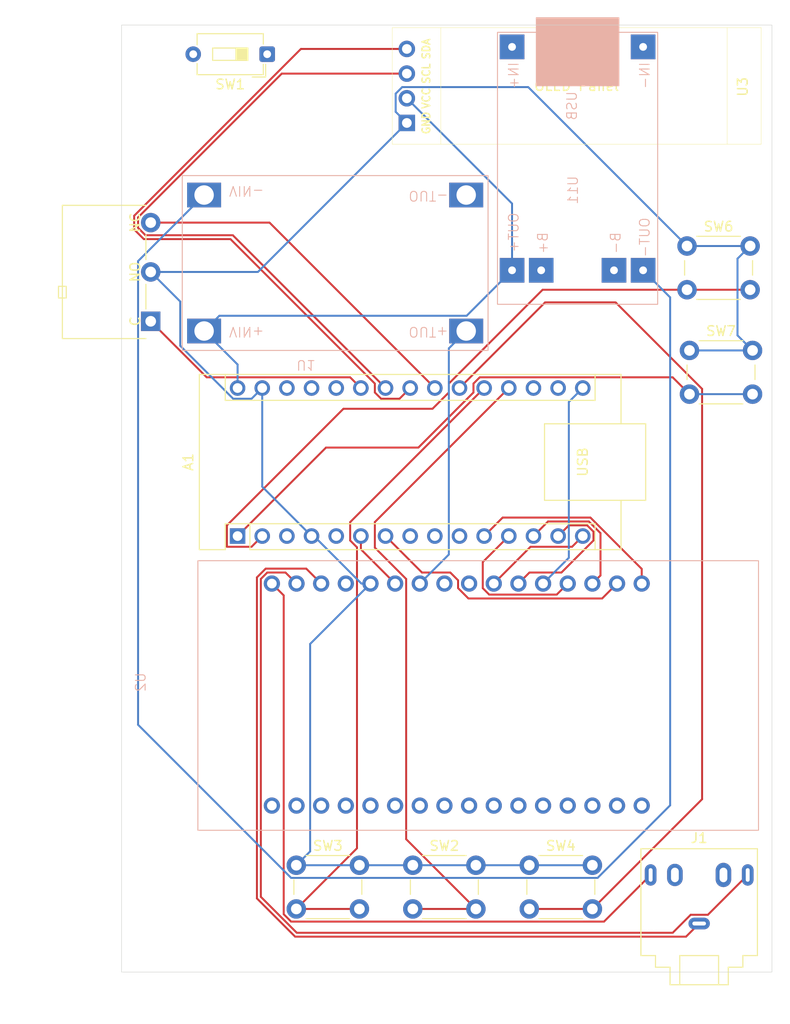
<source format=kicad_pcb>
(kicad_pcb (version 20241229) (generator "pcbnew") (generator_version "9.0")
  (layers (0 "F.Cu" signal) (2 "B.Cu" signal) (13 "F.Paste" user) (15 "B.Paste" user) (5 "F.SilkS" user "F.Silkscreen") (7 "B.SilkS" user "B.Silkscreen") (1 "F.Mask" user) (3 "B.Mask" user) (25 "Edge.Cuts" user))
  (net 0 "")
  (net 38 "PREV{slash}RESTART")
  (net 39 "CARDCS")
  (net 40 "GND")
  (net 41 "3.7V")
  (net 42 "VOLUP")
  (net 43 "SDA")
  (net 44 "SEEKB")
  (net 45 "VOLDN")
  (net 46 "SCLK")
  (net 47 "VS_CS")
  (net 48 "DREQ")
  (net 49 "MOSI")
  (net 50 "MISO")
  (net 51 "VS_RST")
  (net 52 "SEEKF")
  (net 53 "SCL")
  (net 54 "PLAY{slash}PAUSE")
  (net 55 "NEXT")
  (net 56 "VS_DCS")
  (net 57 "ROUT")
  (net 58 "LOUT")
  (net 59 "AGND")
  (net 60 "5V")
  (net 61 "0V")
  (net 62 "New0V")
  (footprint "Button_Switch_THT:SW_PUSH_6mm" (layer "F.Cu") (at 91 109)
    (property "Reference" "SW2" (at 3.25 -2 0) (layer "F.SilkS"))
    (property "Value" "Pause/Play")
    (fp_line (start -0.25 1.5) (end -0.25 3) (stroke (width 0.12)) (layer "F.SilkS"))
    (fp_line (start 1 5.5) (end 5.5 5.5) (stroke (width 0.12)) (layer "F.SilkS"))
    (fp_line (start 5.5 -1) (end 1 -1) (stroke (width 0.12)) (layer "F.SilkS"))
    (fp_line (start 6.75 3) (end 6.75 1.5) (stroke (width 0.12)) (layer "F.SilkS"))
    (pad "1" thru_hole circle (at 0 0 90) (size 2 2) (drill 1.1) (layers "*.Cu" "*.Mask") (net 40 "GND"))
    (pad "1" thru_hole circle (at 6.5 0 90) (size 2 2) (drill 1.1) (layers "*.Cu" "*.Mask") (net 40 "GND"))
    (pad "2" thru_hole circle (at 0 4.5 90) (size 2 2) (drill 1.1) (layers "*.Cu" "*.Mask") (net 54 "PLAY{slash}PAUSE"))
    (pad "2" thru_hole circle (at 6.5 4.5 90) (size 2 2) (drill 1.1) (layers "*.Cu" "*.Mask") (net 54 "PLAY{slash}PAUSE"))
  )
  (footprint "Connector_Audio:Jack_3.5mm_CUI_SJ1-3525N_Horizontal" (layer "F.Cu") (at 120.5 115)
    (property "Reference" "J1" (at 0 -8.8 0) (layer "F.SilkS"))
    (property "Value" "AudioJack3_SwitchTR")
    (fp_line (start -6 -7.7) (end 6 -7.7) (stroke (width 0.12)) (layer "F.SilkS"))
    (fp_line (start -6 3.3) (end -6 -7.7) (stroke (width 0.12)) (layer "F.SilkS"))
    (fp_line (start -4.5 3.3) (end -6 3.3) (stroke (width 0.12)) (layer "F.SilkS"))
    (fp_line (start -4.5 4.5) (end -4.5 3.3) (stroke (width 0.12)) (layer "F.SilkS"))
    (fp_line (start -3 4.5) (end -4.5 4.5) (stroke (width 0.12)) (layer "F.SilkS"))
    (fp_line (start -3 6.3) (end -3 4.5) (stroke (width 0.12)) (layer "F.SilkS"))
    (fp_line (start -2 3.3) (end -2 6.3) (stroke (width 0.12)) (layer "F.SilkS"))
    (fp_line (start 2 3.3) (end -2 3.3) (stroke (width 0.12)) (layer "F.SilkS"))
    (fp_line (start 2 6.3) (end 2 3.3) (stroke (width 0.12)) (layer "F.SilkS"))
    (fp_line (start 3 4.5) (end 3 6.3) (stroke (width 0.12)) (layer "F.SilkS"))
    (fp_line (start 3 6.3) (end -3 6.3) (stroke (width 0.12)) (layer "F.SilkS"))
    (fp_line (start 4.5 3.3) (end 4.5 4.5) (stroke (width 0.12)) (layer "F.SilkS"))
    (fp_line (start 4.5 4.5) (end 3 4.5) (stroke (width 0.12)) (layer "F.SilkS"))
    (fp_line (start 6 -7.7) (end 6 3.3) (stroke (width 0.12)) (layer "F.SilkS"))
    (fp_line (start 6 3.3) (end 4.5 3.3) (stroke (width 0.12)) (layer "F.SilkS"))
    (pad "" np_thru_hole circle (at -5 0) (size 1.2 1.2) (drill 1.2) (layers "*.Cu" "*.Mask"))
    (pad "" np_thru_hole circle (at -5 2.5) (size 1.2 1.2) (drill 1.2) (layers "*.Cu" "*.Mask"))
    (pad "" np_thru_hole circle (at 0 -5) (size 1.2 1.2) (drill 1.2) (layers "*.Cu" "*.Mask"))
    (pad "" np_thru_hole circle (at 5 0) (size 1.2 1.2) (drill 1.2) (layers "*.Cu" "*.Mask"))
    (pad "" np_thru_hole circle (at 5 2.5) (size 1.2 1.2) (drill 1.2) (layers "*.Cu" "*.Mask"))
    (pad "R" thru_hole oval (at -5 -5) (size 1.2 2.2) (drill oval 0.4 1.4) (layers "*.Cu" "*.Mask") (net 57 "ROUT"))
    (pad "RN" thru_hole oval (at -2.5 -5) (size 1.6 2.3) (drill oval 0.8 1.5) (layers "*.Cu" "*.Mask"))
    (pad "S" thru_hole oval (at 0 0) (size 2.2 1.2) (drill oval 1.4 0.4) (layers "*.Cu" "*.Mask") (net 59 "AGND"))
    (pad "T" thru_hole oval (at 5 -5 180) (size 1.2 2.2) (drill oval 0.4 1.4) (layers "*.Cu" "*.Mask") (net 58 "LOUT"))
    (pad "TN" thru_hole oval (at 2.5 -5 180) (size 1.6 2.5) (drill oval 0.8 1.5) (layers "*.Cu" "*.Mask"))
  )
  (footprint "Button_Switch_THT:SW_PUSH_6mm" (layer "F.Cu") (at 103 109)
    (property "Reference" "SW4" (at 3.25 -2 0) (layer "F.SilkS"))
    (property "Value" "Previous/Restart")
    (fp_line (start -0.25 1.5) (end -0.25 3) (stroke (width 0.12)) (layer "F.SilkS"))
    (fp_line (start 1 5.5) (end 5.5 5.5) (stroke (width 0.12)) (layer "F.SilkS"))
    (fp_line (start 5.5 -1) (end 1 -1) (stroke (width 0.12)) (layer "F.SilkS"))
    (fp_line (start 6.75 3) (end 6.75 1.5) (stroke (width 0.12)) (layer "F.SilkS"))
    (pad "1" thru_hole circle (at 0 0 90) (size 2 2) (drill 1.1) (layers "*.Cu" "*.Mask") (net 40 "GND"))
    (pad "1" thru_hole circle (at 6.5 0 90) (size 2 2) (drill 1.1) (layers "*.Cu" "*.Mask") (net 40 "GND"))
    (pad "2" thru_hole circle (at 0 4.5 90) (size 2 2) (drill 1.1) (layers "*.Cu" "*.Mask") (net 38 "PREV{slash}RESTART"))
    (pad "2" thru_hole circle (at 6.5 4.5 90) (size 2 2) (drill 1.1) (layers "*.Cu" "*.Mask") (net 38 "PREV{slash}RESTART"))
  )
  (footprint "Button_Switch_THT:SW_PUSH_6mm" (layer "F.Cu") (at 119.25 45.25)
    (property "Reference" "SW6" (at 3.25 -2 0) (layer "F.SilkS"))
    (property "Value" "Volume Up")
    (fp_line (start -0.25 1.5) (end -0.25 3) (stroke (width 0.12)) (layer "F.SilkS"))
    (fp_line (start 1 5.5) (end 5.5 5.5) (stroke (width 0.12)) (layer "F.SilkS"))
    (fp_line (start 5.5 -1) (end 1 -1) (stroke (width 0.12)) (layer "F.SilkS"))
    (fp_line (start 6.75 3) (end 6.75 1.5) (stroke (width 0.12)) (layer "F.SilkS"))
    (pad "1" thru_hole circle (at 0 0 90) (size 2 2) (drill 1.1) (layers "*.Cu" "*.Mask") (net 40 "GND"))
    (pad "1" thru_hole circle (at 6.5 0 90) (size 2 2) (drill 1.1) (layers "*.Cu" "*.Mask") (net 40 "GND"))
    (pad "2" thru_hole circle (at 0 4.5 90) (size 2 2) (drill 1.1) (layers "*.Cu" "*.Mask") (net 42 "VOLUP"))
    (pad "2" thru_hole circle (at 6.5 4.5 90) (size 2 2) (drill 1.1) (layers "*.Cu" "*.Mask") (net 42 "VOLUP"))
  )
  (footprint "Display:SSD1306-0.91-OLED-4pin-128x32" (layer "F.Cu") (at 126.885 34.77 180)
    (property "Reference" "U3" (at 1.9 5.91 90) (layer "F.SilkS"))
    (property "Value" "~")
    (fp_line (start 38 12) (end 38 0) (stroke (width 0.04)) (layer "F.SilkS"))
    (fp_line (start 38 0) (end 0 0) (stroke (width 0.04)) (layer "F.SilkS"))
    (fp_line (start 33 0) (end 33 12) (stroke (width 0.04)) (layer "F.SilkS"))
    (fp_line (start 3.5 0) (end 3.5 12) (stroke (width 0.04)) (layer "F.SilkS"))
    (fp_line (start 0 12) (end 38 12) (stroke (width 0.04)) (layer "F.SilkS"))
    (fp_line (start 0 0) (end 0 12) (stroke (width 0.04)) (layer "F.SilkS"))
    (fp_text user "VCC" (at 34.5 4.73 90) (layer "F.SilkS") (effects (font (size 0.8 0.75))))
    (fp_text user "SDA" (at 34.5 9.81 90) (layer "F.SilkS") (effects (font (size 0.8 0.75))))
    (fp_text user "GND" (at 34.5 2.19 90) (layer "F.SilkS") (effects (font (size 0.8 0.75))))
    (fp_text user "SCL" (at 34.5 7.27 90) (layer "F.SilkS") (effects (font (size 0.8 0.75))))
    (fp_text user "OLED Panel" (at 19 6 0) (layer "F.SilkS"))
    (pad "1" thru_hole rect (at 36.5 2.19 180) (size 1.7 1.7) (drill 1) (layers "*.Cu" "*.Mask") (net 40 "GND"))
    (pad "2" thru_hole oval (at 36.5 4.73 180) (size 1.7 1.7) (drill 1) (layers "*.Cu" "*.Mask") (net 41 "3.7V"))
    (pad "3" thru_hole oval (at 36.5 7.27 180) (size 1.7 1.7) (drill 1) (layers "*.Cu" "*.Mask") (net 53 "SCL"))
    (pad "4" thru_hole oval (at 36.5 9.81 180) (size 1.7 1.7) (drill 1) (layers "*.Cu" "*.Mask") (net 43 "SDA"))
  )
  (footprint "Module:Arduino_Nano" (layer "F.Cu") (at 72.95 75.11 90)
    (property "Reference" "A1" (at 7.62 -5.08 90) (layer "F.SilkS"))
    (property "Value" "Arduino_Nano_v2.x")
    (fp_line (start 16.64 -3.94) (end -1.4 -3.94) (stroke (width 0.12)) (layer "F.SilkS"))
    (fp_line (start -1.4 -3.94) (end -1.4 -1.27) (stroke (width 0.12)) (layer "F.SilkS"))
    (fp_line (start 13.97 -1.27) (end 16.64 -1.27) (stroke (width 0.12)) (layer "F.SilkS"))
    (fp_line (start 13.97 -1.27) (end 13.97 36.83) (stroke (width 0.12)) (layer "F.SilkS"))
    (fp_line (start 1.27 -1.27) (end -1.4 -1.27) (stroke (width 0.12)) (layer "F.SilkS"))
    (fp_line (start 1.27 1.27) (end 1.27 -1.27) (stroke (width 0.12)) (layer "F.SilkS"))
    (fp_line (start 1.27 1.27) (end -1.4 1.27) (stroke (width 0.12)) (layer "F.SilkS"))
    (fp_line (start 1.27 1.27) (end 1.27 36.83) (stroke (width 0.12)) (layer "F.SilkS"))
    (fp_line (start -1.4 1.27) (end -1.4 39.5) (stroke (width 0.12)) (layer "F.SilkS"))
    (fp_line (start 11.56 31.62) (end 11.56 42.04) (stroke (width 0.12)) (layer "F.SilkS"))
    (fp_line (start 3.68 31.62) (end 11.56 31.62) (stroke (width 0.12)) (layer "F.SilkS"))
    (fp_line (start 13.97 36.83) (end 16.64 36.83) (stroke (width 0.12)) (layer "F.SilkS"))
    (fp_line (start 1.27 36.83) (end -1.4 36.83) (stroke (width 0.12)) (layer "F.SilkS"))
    (fp_line (start 16.64 39.5) (end 16.64 -3.94) (stroke (width 0.12)) (layer "F.SilkS"))
    (fp_line (start 16.64 39.5) (end 11.56 39.5) (stroke (width 0.12)) (layer "F.SilkS"))
    (fp_line (start -1.4 39.5) (end 3.68 39.5) (stroke (width 0.12)) (layer "F.SilkS"))
    (fp_line (start 11.56 42.04) (end 3.68 42.04) (stroke (width 0.12)) (layer "F.SilkS"))
    (fp_line (start 3.68 42.04) (end 3.68 31.62) (stroke (width 0.12)) (layer "F.SilkS"))
    (fp_text user "USB" (at 7.62 35.56 90) (layer "F.SilkS"))
    (pad "1" thru_hole rect (at 0 0 90) (size 1.6 1.6) (drill 1) (layers "*.Cu" "*.Mask") (net 45 "VOLDN"))
    (pad "2" thru_hole oval (at 0 2.54 90) (size 1.6 1.6) (drill 1) (layers "*.Cu" "*.Mask") (net 42 "VOLUP"))
    (pad "3" thru_hole oval (at 0 5.08 90) (size 1.6 1.6) (drill 1) (layers "*.Cu" "*.Mask"))
    (pad "4" thru_hole oval (at 0 7.62 90) (size 1.6 1.6) (drill 1) (layers "*.Cu" "*.Mask") (net 40 "GND"))
    (pad "5" thru_hole oval (at 0 10.16 90) (size 1.6 1.6) (drill 1) (layers "*.Cu" "*.Mask"))
    (pad "6" thru_hole oval (at 0 12.7 90) (size 1.6 1.6) (drill 1) (layers "*.Cu" "*.Mask") (net 48 "DREQ"))
    (pad "7" thru_hole oval (at 0 15.24 90) (size 1.6 1.6) (drill 1) (layers "*.Cu" "*.Mask") (net 39 "CARDCS"))
    (pad "8" thru_hole oval (at 0 17.78 90) (size 1.6 1.6) (drill 1) (layers "*.Cu" "*.Mask"))
    (pad "9" thru_hole oval (at 0 20.32 90) (size 1.6 1.6) (drill 1) (layers "*.Cu" "*.Mask"))
    (pad "10" thru_hole oval (at 0 22.86 90) (size 1.6 1.6) (drill 1) (layers "*.Cu" "*.Mask"))
    (pad "11" thru_hole oval (at 0 25.4 90) (size 1.6 1.6) (drill 1) (layers "*.Cu" "*.Mask") (net 56 "VS_DCS"))
    (pad "12" thru_hole oval (at 0 27.94 90) (size 1.6 1.6) (drill 1) (layers "*.Cu" "*.Mask") (net 51 "VS_RST"))
    (pad "13" thru_hole oval (at 0 30.48 90) (size 1.6 1.6) (drill 1) (layers "*.Cu" "*.Mask") (net 47 "VS_CS"))
    (pad "14" thru_hole oval (at 0 33.02 90) (size 1.6 1.6) (drill 1) (layers "*.Cu" "*.Mask") (net 49 "MOSI"))
    (pad "15" thru_hole oval (at 0 35.56 90) (size 1.6 1.6) (drill 1) (layers "*.Cu" "*.Mask") (net 50 "MISO"))
    (pad "16" thru_hole oval (at 15.24 35.56 90) (size 1.6 1.6) (drill 1) (layers "*.Cu" "*.Mask") (net 46 "SCLK"))
    (pad "17" thru_hole oval (at 15.24 33.02 90) (size 1.6 1.6) (drill 1) (layers "*.Cu" "*.Mask"))
    (pad "18" thru_hole oval (at 15.24 30.48 90) (size 1.6 1.6) (drill 1) (layers "*.Cu" "*.Mask"))
    (pad "19" thru_hole oval (at 15.24 27.94 90) (size 1.6 1.6) (drill 1) (layers "*.Cu" "*.Mask") (net 54 "PLAY{slash}PAUSE"))
    (pad "20" thru_hole oval (at 15.24 25.4 90) (size 1.6 1.6) (drill 1) (layers "*.Cu" "*.Mask") (net 55 "NEXT"))
    (pad "21" thru_hole oval (at 15.24 22.86 90) (size 1.6 1.6) (drill 1) (layers "*.Cu" "*.Mask") (net 38 "PREV{slash}RESTART"))
    (pad "22" thru_hole oval (at 15.24 20.32 90) (size 1.6 1.6) (drill 1) (layers "*.Cu" "*.Mask") (net 52 "SEEKF"))
    (pad "23" thru_hole oval (at 15.24 17.78 90) (size 1.6 1.6) (drill 1) (layers "*.Cu" "*.Mask") (net 43 "SDA"))
    (pad "24" thru_hole oval (at 15.24 15.24 90) (size 1.6 1.6) (drill 1) (layers "*.Cu" "*.Mask") (net 53 "SCL"))
    (pad "25" thru_hole oval (at 15.24 12.7 90) (size 1.6 1.6) (drill 1) (layers "*.Cu" "*.Mask") (net 44 "SEEKB"))
    (pad "26" thru_hole oval (at 15.24 10.16 90) (size 1.6 1.6) (drill 1) (layers "*.Cu" "*.Mask"))
    (pad "27" thru_hole oval (at 15.24 7.62 90) (size 1.6 1.6) (drill 1) (layers "*.Cu" "*.Mask"))
    (pad "28" thru_hole oval (at 15.24 5.08 90) (size 1.6 1.6) (drill 1) (layers "*.Cu" "*.Mask"))
    (pad "29" thru_hole oval (at 15.24 2.54 90) (size 1.6 1.6) (drill 1) (layers "*.Cu" "*.Mask") (net 40 "GND"))
    (pad "30" thru_hole oval (at 15.24 0 90) (size 1.6 1.6) (drill 1) (layers "*.Cu" "*.Mask") (net 41 "3.7V"))
  )
  (footprint "Button_Switch_THT:SW_PUSH_6mm" (layer "F.Cu") (at 119.5 56)
    (property "Reference" "SW7" (at 3.25 -2 0) (layer "F.SilkS"))
    (property "Value" "Volume Down")
    (fp_line (start -0.25 1.5) (end -0.25 3) (stroke (width 0.12)) (layer "F.SilkS"))
    (fp_line (start 1 5.5) (end 5.5 5.5) (stroke (width 0.12)) (layer "F.SilkS"))
    (fp_line (start 5.5 -1) (end 1 -1) (stroke (width 0.12)) (layer "F.SilkS"))
    (fp_line (start 6.75 3) (end 6.75 1.5) (stroke (width 0.12)) (layer "F.SilkS"))
    (pad "1" thru_hole circle (at 0 0 90) (size 2 2) (drill 1.1) (layers "*.Cu" "*.Mask") (net 40 "GND"))
    (pad "1" thru_hole circle (at 6.5 0 90) (size 2 2) (drill 1.1) (layers "*.Cu" "*.Mask") (net 40 "GND"))
    (pad "2" thru_hole circle (at 0 4.5 90) (size 2 2) (drill 1.1) (layers "*.Cu" "*.Mask") (net 45 "VOLDN"))
    (pad "2" thru_hole circle (at 6.5 4.5 90) (size 2 2) (drill 1.1) (layers "*.Cu" "*.Mask") (net 45 "VOLDN"))
  )
  (footprint "Button_Switch_THT:SW_PUSH_6mm" (layer "F.Cu") (at 79 109)
    (property "Reference" "SW3" (at 3.25 -2 0) (layer "F.SilkS"))
    (property "Value" "Next")
    (fp_line (start -0.25 1.5) (end -0.25 3) (stroke (width 0.12)) (layer "F.SilkS"))
    (fp_line (start 1 5.5) (end 5.5 5.5) (stroke (width 0.12)) (layer "F.SilkS"))
    (fp_line (start 5.5 -1) (end 1 -1) (stroke (width 0.12)) (layer "F.SilkS"))
    (fp_line (start 6.75 3) (end 6.75 1.5) (stroke (width 0.12)) (layer "F.SilkS"))
    (pad "1" thru_hole circle (at 0 0 90) (size 2 2) (drill 1.1) (layers "*.Cu" "*.Mask") (net 40 "GND"))
    (pad "1" thru_hole circle (at 6.5 0 90) (size 2 2) (drill 1.1) (layers "*.Cu" "*.Mask") (net 40 "GND"))
    (pad "2" thru_hole circle (at 0 4.5 90) (size 2 2) (drill 1.1) (layers "*.Cu" "*.Mask") (net 55 "NEXT"))
    (pad "2" thru_hole circle (at 6.5 4.5 90) (size 2 2) (drill 1.1) (layers "*.Cu" "*.Mask") (net 55 "NEXT"))
  )
  (footprint "Button_Switch_THT:SW_XKB_DM1-16UC-1" (layer "F.Cu") (at 64 53 90)
    (property "Reference" "SW5" (hide yes))
    (property "Value" "Seek Forward / Backward")
    (fp_line (start 11.938 -9.1) (end -1.778 -9.1) (stroke (width 0.12)) (layer "F.SilkS"))
    (fp_line (start -1.778 -9.1) (end -1.778 -0.495) (stroke (width 0.12)) (layer "F.SilkS"))
    (fp_line (start 11.938 -0.495) (end 11.938 -9.1) (stroke (width 0.12)) (layer "F.SilkS"))
    (fp_line (start 8.89 -0.495) (end 6.35 -0.495) (stroke (width 0.12)) (layer "F.SilkS"))
    (fp_line (start 1.27 -0.495) (end 3.81 -0.495) (stroke (width 0.12)) (layer "F.SilkS"))
    (fp_rect (start 3.6 -9.5) (end 2.4 -8.7) (stroke (width 0.12)) (fill no) (layer "F.SilkS"))
    (fp_text user "NC" (at 10.16 -1.6 90) (layer "F.SilkS"))
    (fp_text user "NO" (at 5.08 -1.6 90) (layer "F.SilkS"))
    (fp_text user "C" (at 0 -1.6 90) (layer "F.SilkS"))
    (pad "1" thru_hole rect (at 0 0 90) (size 2 2) (drill 1.1) (layers "*.Cu" "*.Mask") (net 44 "SEEKB"))
    (pad "2" thru_hole circle (at 5.08 0 90) (size 2 2) (drill 1.1) (layers "*.Cu" "*.Mask") (net 40 "GND"))
    (pad "3" thru_hole circle (at 10.16 0 90) (size 2 2) (drill 1.1) (layers "*.Cu" "*.Mask") (net 52 "SEEKF"))
  )
  (footprint "Button_Switch_THT:SW_DIP_SPSTx01_Slide_6.7x4.1mm_W7.62mm_P2.54mm_LowProfile" (layer "F.Cu") (at 76 25.5 180)
    (property "Reference" "SW1" (at 3.81 -3.11 0) (layer "F.SilkS"))
    (property "Value" "Power")
    (fp_line (start 7.22 0.96) (end 7.22 2.11) (stroke (width 0.12)) (layer "F.SilkS"))
    (fp_line (start 7.22 -2.11) (end 7.22 -0.96) (stroke (width 0.12)) (layer "F.SilkS"))
    (fp_line (start 3.206667 -0.635) (end 3.206667 0.635) (stroke (width 0.12)) (layer "F.SilkS"))
    (fp_line (start 0.4 2.11) (end 7.22 2.11) (stroke (width 0.12)) (layer "F.SilkS"))
    (fp_line (start 0.4 1.04) (end 0.4 2.11) (stroke (width 0.12)) (layer "F.SilkS"))
    (fp_line (start 0.4 -2.11) (end 7.22 -2.11) (stroke (width 0.12)) (layer "F.SilkS"))
    (fp_line (start 0.4 -2.11) (end 0.4 -1.04) (stroke (width 0.12)) (layer "F.SilkS"))
    (fp_line (start 0.16 -2.35) (end 1.543 -2.35) (stroke (width 0.12)) (layer "F.SilkS"))
    (fp_line (start 0.16 -2.35) (end 0.16 -1.04) (stroke (width 0.12)) (layer "F.SilkS"))
    (fp_rect (start 2 -0.635) (end 5.62 0.635) (stroke (width 0.12)) (fill no) (layer "F.SilkS"))
    (fp_rect (start 2 -0.635) (end 3.206667 0.635) (stroke (width 0.12)) (fill yes) (layer "F.SilkS"))
    (pad "1" thru_hole roundrect (at 0 0 180) (size 1.6 1.6) (drill 0.8) (layers "*.Cu" "*.Mask") (roundrect_rratio 0.15625))
    (pad "2" thru_hole circle (at 7.62 0 180) (size 1.6 1.6) (drill 0.8) (layers "*.Cu" "*.Mask"))
  )
  (footprint "Battery:TP4056_LIPO_Charger_Protection_Module" (layer "B.Cu") (at 95.975 38.25 -90)
    (property "Reference" "U11" (at 1.25 -11.525 90) (layer "B.SilkS") (effects (font (thickness 0.1)) (justify mirror)))
    (property "Value" "~")
    (fp_rect (start 13 -3.75) (end -15 -20.25) (stroke (width 0.1)) (fill no) (layer "B.SilkS"))
    (fp_rect (start -9.5 -7.75) (end -16.5 -16.25) (stroke (width 0.1)) (fill yes) (layer "B.SilkS"))
    (fp_text user "IN+" (at -12 -6 90) (layer "B.SilkS") (effects (font (thickness 0.1)) (justify left bottom mirror)))
    (fp_text user "OUT+" (at 3.5 -6 90) (layer "B.SilkS") (effects (font (thickness 0.1)) (justify left bottom mirror)))
    (fp_text user "B+" (at 5.5 -9 90) (layer "B.SilkS") (effects (font (thickness 0.1)) (justify left bottom mirror)))
    (fp_text user "B-" (at 5.5 -16.5 90) (layer "B.SilkS") (effects (font (thickness 0.1)) (justify left bottom mirror)))
    (fp_text user "USB" (at -9 -12 90) (layer "B.SilkS") (effects (font (thickness 0.1)) (justify left bottom mirror)))
    (fp_text user "IN-" (at -12 -19.5 90) (layer "B.SilkS") (effects (font (thickness 0.1)) (justify left bottom mirror)))
    (fp_text user "OUT-" (at 4 -19.5 90) (layer "B.SilkS") (effects (font (thickness 0.1)) (justify left bottom mirror)))
    (pad "1" thru_hole rect (at -13.5 -5.25 270) (size 2.54 2.54) (drill 0.8) (layers "*.Cu" "*.Mask"))
    (pad "2" thru_hole rect (at -13.5 -18.75 270) (size 2.54 2.54) (drill 0.8) (layers "*.Cu" "*.Mask"))
    (pad "3" thru_hole rect (at 9.5 -18.75 270) (size 2.54 2.54) (drill 0.8) (layers "*.Cu" "*.Mask") (net 61 "0V"))
    (pad "4" thru_hole rect (at 9.5 -15.75 270) (size 2.54 2.54) (drill 0.8) (layers "*.Cu" "*.Mask"))
    (pad "5" thru_hole rect (at 9.5 -5.25 270) (size 2.54 2.54) (drill 0.8) (layers "*.Cu" "*.Mask") (net 41 "3.7V"))
    (pad "6" thru_hole rect (at 9.5 -8.25 270) (size 2.54 2.54) (drill 0.8) (layers "*.Cu" "*.Mask"))
  )
  (footprint "Module:Adafruit_VS1053_Breakout_Board" (layer "B.Cu") (at 99.34 90.16 -90)
    (property "Reference" "U2" (at 0 36.375 90) (layer "B.SilkS") (effects (font (thickness 0.1)) (justify mirror)))
    (property "Value" "~")
    (fp_rect (start -12.51 30.48) (end 15.24 -27.27) (stroke (width 0.1)) (fill no) (layer "B.SilkS"))
    (pad "1" thru_hole circle (at 12.7 22.86 270) (size 1.67 1.67) (drill 1) (layers "*.Cu" "*.Mask"))
    (pad "2" thru_hole circle (at 12.7 20.32 270) (size 1.67 1.67) (drill 1) (layers "*.Cu" "*.Mask"))
    (pad "3" thru_hole circle (at 12.7 17.78 270) (size 1.67 1.67) (drill 1) (layers "*.Cu" "*.Mask"))
    (pad "4" thru_hole circle (at 12.7 15.24 270) (size 1.67 1.67) (drill 1) (layers "*.Cu" "*.Mask"))
    (pad "5" thru_hole circle (at 12.7 12.7 270) (size 1.67 1.67) (drill 1) (layers "*.Cu" "*.Mask"))
    (pad "6" thru_hole circle (at 12.7 10.16 270) (size 1.67 1.67) (drill 1) (layers "*.Cu" "*.Mask"))
    (pad "7" thru_hole circle (at 12.7 7.62 270) (size 1.67 1.67) (drill 1) (layers "*.Cu" "*.Mask"))
    (pad "8" thru_hole circle (at 12.7 5.08 270) (size 1.67 1.67) (drill 1) (layers "*.Cu" "*.Mask"))
    (pad "9" thru_hole circle (at 12.7 2.54 270) (size 1.67 1.67) (drill 1) (layers "*.Cu" "*.Mask"))
    (pad "10" thru_hole circle (at 12.7 0 270) (size 1.67 1.67) (drill 1) (layers "*.Cu" "*.Mask"))
    (pad "11" thru_hole circle (at 12.7 -2.54 270) (size 1.67 1.67) (drill 1) (layers "*.Cu" "*.Mask"))
    (pad "12" thru_hole circle (at 12.7 -5.08 270) (size 1.67 1.67) (drill 1) (layers "*.Cu" "*.Mask"))
    (pad "13" thru_hole circle (at 12.7 -7.62 270) (size 1.67 1.67) (drill 1) (layers "*.Cu" "*.Mask"))
    (pad "14" thru_hole circle (at 12.7 -10.16 270) (size 1.67 1.67) (drill 1) (layers "*.Cu" "*.Mask"))
    (pad "15" thru_hole circle (at 12.7 -12.7 270) (size 1.67 1.67) (drill 1) (layers "*.Cu" "*.Mask"))
    (pad "16" thru_hole circle (at 12.7 -15.24 270) (size 1.67 1.67) (drill 1) (layers "*.Cu" "*.Mask"))
    (pad "17" thru_hole circle (at -10.16 22.86 270) (size 1.67 1.67) (drill 1) (layers "*.Cu" "*.Mask") (net 57 "ROUT"))
    (pad "18" thru_hole circle (at -10.16 20.32 270) (size 1.67 1.67) (drill 1) (layers "*.Cu" "*.Mask") (net 58 "LOUT"))
    (pad "19" thru_hole circle (at -10.16 17.78 270) (size 1.67 1.67) (drill 1) (layers "*.Cu" "*.Mask") (net 59 "AGND"))
    (pad "20" thru_hole circle (at -10.16 15.24 270) (size 1.67 1.67) (drill 1) (layers "*.Cu" "*.Mask"))
    (pad "21" thru_hole circle (at -10.16 12.7 270) (size 1.67 1.67) (drill 1) (layers "*.Cu" "*.Mask") (net 40 "GND"))
    (pad "22" thru_hole circle (at -10.16 10.16 270) (size 1.67 1.67) (drill 1) (layers "*.Cu" "*.Mask") (net 48 "DREQ"))
    (pad "23" thru_hole circle (at -10.16 7.62 270) (size 1.67 1.67) (drill 1) (layers "*.Cu" "*.Mask") (net 60 "5V"))
    (pad "24" thru_hole circle (at -10.16 5.08 270) (size 1.67 1.67) (drill 1) (layers "*.Cu" "*.Mask"))
    (pad "25" thru_hole circle (at -10.16 2.54 270) (size 1.67 1.67) (drill 1) (layers "*.Cu" "*.Mask"))
    (pad "26" thru_hole circle (at -10.16 0 270) (size 1.67 1.67) (drill 1) (layers "*.Cu" "*.Mask") (net 50 "MISO"))
    (pad "27" thru_hole circle (at -10.16 -2.54 270) (size 1.67 1.67) (drill 1) (layers "*.Cu" "*.Mask") (net 49 "MOSI"))
    (pad "28" thru_hole circle (at -10.16 -5.08 270) (size 1.67 1.67) (drill 1) (layers "*.Cu" "*.Mask") (net 46 "SCLK"))
    (pad "29" thru_hole circle (at -10.16 -7.62 270) (size 1.67 1.67) (drill 1) (layers "*.Cu" "*.Mask") (net 51 "VS_RST"))
    (pad "30" thru_hole circle (at -10.16 -10.16 270) (size 1.67 1.67) (drill 1) (layers "*.Cu" "*.Mask") (net 47 "VS_CS"))
    (pad "31" thru_hole circle (at -10.16 -12.7 270) (size 1.67 1.67) (drill 1) (layers "*.Cu" "*.Mask") (net 39 "CARDCS"))
    (pad "32" thru_hole circle (at -10.16 -15.24 270) (size 1.67 1.67) (drill 1) (layers "*.Cu" "*.Mask") (net 56 "VS_DCS"))
  )
  (footprint "Converter_DCDC:MT3608_Step_Up_Boost_Converter" (layer "B.Cu") (at 83 47)
    (property "Reference" "U1" (at -3 10.5 180) (layer "B.SilkS") (effects (font (thickness 0.1)) (justify mirror)))
    (property "Value" "~")
    (fp_rect (start -15.75 9) (end 15.75 -9) (stroke (width 0.1)) (fill no) (layer "B.SilkS"))
    (fp_text user "VIN+" (at -11 6.5 180) (layer "B.SilkS") (effects (font (thickness 0.1)) (justify left bottom mirror)))
    (fp_text user "OUT-" (at 7.5 -7.5 180) (layer "B.SilkS") (effects (font (thickness 0.1)) (justify left bottom mirror)))
    (fp_text user "VIN-" (at -11 -8 180) (layer "B.SilkS") (effects (font (thickness 0.1)) (justify left bottom mirror)))
    (fp_text user "OUT+" (at 7.5 6.5 180) (layer "B.SilkS") (effects (font (thickness 0.1)) (justify left bottom mirror)))
    (pad "1" thru_hole rect (at -13.5 7) (size 3.5 2.54) (drill 2) (layers "*.Cu" "*.Mask") (net 41 "3.7V"))
    (pad "2" thru_hole rect (at -13.5 -7) (size 3.5 2.54) (drill 2) (layers "*.Cu" "*.Mask") (net 61 "0V"))
    (pad "3" thru_hole rect (at 13.5 7) (size 3.5 2.54) (drill 2) (layers "*.Cu" "*.Mask") (net 60 "5V"))
    (pad "4" thru_hole rect (at 13.5 -7) (size 3.5 2.54) (drill 2) (layers "*.Cu" "*.Mask") (net 62 "New0V"))
  )
  (gr_rect (start 61 22.5) (end 128 120) (stroke (width 0.05)) (fill no) (layer "Edge.Cuts"))
  (segment (start 95.81 59.87) (end 104.629 51.051) (width 0.2) (layer "F.Cu") (net 38))
  (segment (start 104.629 51.051) (end 111.890892 51.051) (width 0.2) (layer "F.Cu") (net 38))
  (segment (start 109.5 113.5) (end 103 113.5) (width 0.2) (layer "F.Cu") (net 38))
  (segment (start 120.801 102.199) (end 109.5 113.5) (width 0.2) (layer "F.Cu") (net 38))
  (segment (start 111.890892 51.051) (end 120.801 59.961108) (width 0.2) (layer "F.Cu") (net 38))
  (segment (start 120.801 59.961108) (end 120.801 102.199) (width 0.2) (layer "F.Cu") (net 38))
  (segment (start 95.664 80.470547) (end 96.730453 81.537) (width 0.2) (layer "F.Cu") (net 39))
  (segment (start 95.664 79.664) (end 95.664 80.470547) (width 0.2) (layer "F.Cu") (net 39))
  (segment (start 88.19 75.11) (end 91.944 78.864) (width 0.2) (layer "F.Cu") (net 39))
  (segment (start 110.503 81.537) (end 112.04 80) (width 0.2) (layer "F.Cu") (net 39))
  (segment (start 91.944 78.864) (end 94.864 78.864) (width 0.2) (layer "F.Cu") (net 39))
  (segment (start 94.864 78.864) (end 95.664 79.664) (width 0.2) (layer "F.Cu") (net 39))
  (segment (start 96.730453 81.537) (end 110.503 81.537) (width 0.2) (layer "F.Cu") (net 39))
  (segment (start 89.234 29.56324) (end 89.234 31.429) (width 0.2) (layer "B.Cu") (net 40))
  (segment (start 80.816547 75.11) (end 85.706547 80) (width 0.2) (layer "B.Cu") (net 40))
  (segment (start 124.449 54.449) (end 126 56) (width 0.2) (layer "B.Cu") (net 40))
  (segment (start 67.042 55.51905) (end 72.49395 60.971) (width 0.2) (layer "B.Cu") (net 40))
  (segment (start 72.49395 60.971) (end 74.389 60.971) (width 0.2) (layer "B.Cu") (net 40))
  (segment (start 91 109) (end 97.5 109) (width 0.2) (layer "B.Cu") (net 40))
  (segment (start 125.75 45.25) (end 124.449 46.551) (width 0.2) (layer "B.Cu") (net 40))
  (segment (start 102.889 28.889) (end 89.90824 28.889) (width 0.2) (layer "B.Cu") (net 40))
  (segment (start 90.385 32.58) (end 75.045 47.92) (width 0.2) (layer "B.Cu") (net 40))
  (segment (start 119.25 45.25) (end 102.889 28.889) (width 0.2) (layer "B.Cu") (net 40))
  (segment (start 64 47.92) (end 67.042 50.962) (width 0.2) (layer "B.Cu") (net 40))
  (segment (start 85.5 109) (end 91 109) (width 0.2) (layer "B.Cu") (net 40))
  (segment (start 119.25 45.25) (end 125.75 45.25) (width 0.2) (layer "B.Cu") (net 40))
  (segment (start 80.424 107.576) (end 79 109) (width 0.2) (layer "B.Cu") (net 40))
  (segment (start 97.5 109) (end 103 109) (width 0.2) (layer "B.Cu") (net 40))
  (segment (start 75.49 70.03) (end 80.57 75.11) (width 0.2) (layer "B.Cu") (net 40))
  (segment (start 89.234 31.429) (end 90.385 32.58) (width 0.2) (layer "B.Cu") (net 40))
  (segment (start 75.49 59.87) (end 75.49 70.03) (width 0.2) (layer "B.Cu") (net 40))
  (segment (start 75.045 47.92) (end 64 47.92) (width 0.2) (layer "B.Cu") (net 40))
  (segment (start 80.57 75.11) (end 80.816547 75.11) (width 0.2) (layer "B.Cu") (net 40))
  (segment (start 79 109) (end 85.5 109) (width 0.2) (layer "B.Cu") (net 40))
  (segment (start 86.64 80) (end 80.424 86.216) (width 0.2) (layer "B.Cu") (net 40))
  (segment (start 80.424 86.216) (end 80.424 107.576) (width 0.2) (layer "B.Cu") (net 40))
  (segment (start 67.042 50.962) (end 67.042 55.51905) (width 0.2) (layer "B.Cu") (net 40))
  (segment (start 89.90824 28.889) (end 89.234 29.56324) (width 0.2) (layer "B.Cu") (net 40))
  (segment (start 103 109) (end 109.5 109) (width 0.2) (layer "B.Cu") (net 40))
  (segment (start 85.706547 80) (end 86.64 80) (width 0.2) (layer "B.Cu") (net 40))
  (segment (start 74.389 60.971) (end 75.49 59.87) (width 0.2) (layer "B.Cu") (net 40))
  (segment (start 124.449 46.551) (end 124.449 54.449) (width 0.2) (layer "B.Cu") (net 40))
  (segment (start 126 56) (end 119.5 56) (width 0.2) (layer "B.Cu") (net 40))
  (segment (start 72.95 57.45) (end 69.5 54) (width 0.2) (layer "B.Cu") (net 41))
  (segment (start 101.225 40.88) (end 101.225 47.75) (width 0.2) (layer "B.Cu") (net 41))
  (segment (start 72.95 59.87) (end 72.95 57.45) (width 0.2) (layer "B.Cu") (net 41))
  (segment (start 71.071 52.429) (end 96.546 52.429) (width 0.2) (layer "B.Cu") (net 41))
  (segment (start 96.546 52.429) (end 101.225 47.75) (width 0.2) (layer "B.Cu") (net 41))
  (segment (start 69.5 54) (end 71.071 52.429) (width 0.2) (layer "B.Cu") (net 41))
  (segment (start 90.385 30.04) (end 101.225 40.88) (width 0.2) (layer "B.Cu") (net 41))
  (segment (start 71.849 74.009) (end 83.854025 62.003975) (width 0.2) (layer "F.Cu") (net 42))
  (segment (start 94.709 60.32605) (end 94.709 59.41395) (width 0.2) (layer "F.Cu") (net 42))
  (segment (start 71.849 76.211) (end 71.849 74.009) (width 0.2) (layer "F.Cu") (net 42))
  (segment (start 93.031075 62.003975) (end 94.709 60.32605) (width 0.2) (layer "F.Cu") (net 42))
  (segment (start 94.709 59.41395) (end 104.37295 49.75) (width 0.2) (layer "F.Cu") (net 42))
  (segment (start 83.854025 62.003975) (end 93.031075 62.003975) (width 0.2) (layer "F.Cu") (net 42))
  (segment (start 74.389 76.211) (end 71.849 76.211) (width 0.2) (layer "F.Cu") (net 42))
  (segment (start 104.37295 49.75) (end 119.25 49.75) (width 0.2) (layer "F.Cu") (net 42))
  (segment (start 119.25 49.75) (end 125.75 49.75) (width 0.2) (layer "F.Cu") (net 42))
  (segment (start 75.49 75.11) (end 74.389 76.211) (width 0.2) (layer "F.Cu") (net 42))
  (segment (start 87.089 60.32605) (end 87.089 59.41395) (width 0.2) (layer "F.Cu") (net 43))
  (segment (start 79.473008 24.96) (end 90.385 24.96) (width 0.2) (layer "F.Cu") (net 43))
  (segment (start 87.089 59.41395) (end 72.21705 44.542) (width 0.2) (layer "F.Cu") (net 43))
  (segment (start 89.629 60.971) (end 87.73395 60.971) (width 0.2) (layer "F.Cu") (net 43))
  (segment (start 62.298 42.135008) (end 79.473008 24.96) (width 0.2) (layer "F.Cu") (net 43))
  (segment (start 90.73 59.87) (end 89.629 60.971) (width 0.2) (layer "F.Cu") (net 43))
  (segment (start 72.21705 44.542) (end 63.295008 44.542) (width 0.2) (layer "F.Cu") (net 43))
  (segment (start 62.298 43.544992) (end 62.298 42.135008) (width 0.2) (layer "F.Cu") (net 43))
  (segment (start 63.295008 44.542) (end 62.298 43.544992) (width 0.2) (layer "F.Cu") (net 43))
  (segment (start 87.73395 60.971) (end 87.089 60.32605) (width 0.2) (layer "F.Cu") (net 43))
  (segment (start 84.549 58.769) (end 69.769 58.769) (width 0.2) (layer "F.Cu") (net 44))
  (segment (start 69.769 58.769) (end 64 53) (width 0.2) (layer "F.Cu") (net 44))
  (segment (start 85.65 59.87) (end 84.549 58.769) (width 0.2) (layer "F.Cu") (net 44))
  (segment (start 97.249 59.41395) (end 97.89395 58.769) (width 0.2) (layer "F.Cu") (net 45))
  (segment (start 91.57505 66) (end 97.249 60.32605) (width 0.2) (layer "F.Cu") (net 45))
  (segment (start 72.95 75.11) (end 82.06 66) (width 0.2) (layer "F.Cu") (net 45))
  (segment (start 97.89395 58.769) (end 117.769 58.769) (width 0.2) (layer "F.Cu") (net 45))
  (segment (start 117.769 58.769) (end 119.5 60.5) (width 0.2) (layer "F.Cu") (net 45))
  (segment (start 82.06 66) (end 91.57505 66) (width 0.2) (layer "F.Cu") (net 45))
  (segment (start 97.249 60.32605) (end 97.249 59.41395) (width 0.2) (layer "F.Cu") (net 45))
  (segment (start 126 60.5) (end 119.5 60.5) (width 0.2) (layer "B.Cu") (net 45))
  (segment (start 107.071 77.349) (end 104.42 80) (width 0.2) (layer "B.Cu") (net 46))
  (segment (start 108.51 59.87) (end 107.071 61.309) (width 0.2) (layer "B.Cu") (net 46))
  (segment (start 107.071 61.309) (end 107.071 77.349) (width 0.2) (layer "B.Cu") (net 46))
  (segment (start 104.932 73.608) (end 109.13215 73.608) (width 0.2) (layer "F.Cu") (net 47))
  (segment (start 103.43 75.11) (end 104.932 73.608) (width 0.2) (layer "F.Cu") (net 47))
  (segment (start 110.335 79.165) (end 109.5 80) (width 0.2) (layer "F.Cu") (net 47))
  (segment (start 109.13215 73.608) (end 110.335 74.81085) (width 0.2) (layer "F.Cu") (net 47))
  (segment (start 110.335 74.81085) (end 110.335 79.165) (width 0.2) (layer "F.Cu") (net 47))
  (segment (start 85.65 75.11) (end 85.65 76.47) (width 0.2) (layer "F.Cu") (net 48))
  (segment (start 85.65 76.47) (end 89.18 80) (width 0.2) (layer "F.Cu") (net 48))
  (segment (start 106.31305 78.864) (end 103.016 78.864) (width 0.2) (layer "F.Cu") (net 49))
  (segment (start 103.016 78.864) (end 101.88 80) (width 0.2) (layer "F.Cu") (net 49))
  (segment (start 105.97 75.11) (end 107.071 74.009) (width 0.2) (layer "F.Cu") (net 49))
  (segment (start 108.96605 74.009) (end 109.611 74.65395) (width 0.2) (layer "F.Cu") (net 49))
  (segment (start 109.611 75.56605) (end 106.31305 78.864) (width 0.2) (layer "F.Cu") (net 49))
  (segment (start 107.071 74.009) (end 108.96605 74.009) (width 0.2) (layer "F.Cu") (net 49))
  (segment (start 109.611 74.65395) (end 109.611 75.56605) (width 0.2) (layer "F.Cu") (net 49))
  (segment (start 107.409 76.211) (end 103.129 76.211) (width 0.2) (layer "F.Cu") (net 50))
  (segment (start 108.51 75.11) (end 107.409 76.211) (width 0.2) (layer "F.Cu") (net 50))
  (segment (start 103.129 76.211) (end 99.34 80) (width 0.2) (layer "F.Cu") (net 50))
  (segment (start 98.204 77.796) (end 98.204 80.470547) (width 0.2) (layer "F.Cu") (net 51))
  (segment (start 105.824 81.136) (end 106.96 80) (width 0.2) (layer "F.Cu") (net 51))
  (segment (start 98.204 80.470547) (end 98.869453 81.136) (width 0.2) (layer "F.Cu") (net 51))
  (segment (start 98.869453 81.136) (end 105.824 81.136) (width 0.2) (layer "F.Cu") (net 51))
  (segment (start 100.89 75.11) (end 98.204 77.796) (width 0.2) (layer "F.Cu") (net 51))
  (segment (start 76.24 42.84) (end 93.27 59.87) (width 0.2) (layer "F.Cu") (net 52))
  (segment (start 64 42.84) (end 76.24 42.84) (width 0.2) (layer "F.Cu") (net 52))
  (segment (start 77.500108 27.5) (end 90.385 27.5) (width 0.2) (layer "F.Cu") (net 53))
  (segment (start 63.461108 44.141) (end 62.699 43.378892) (width 0.2) (layer "F.Cu") (net 53))
  (segment (start 88.19 59.87) (end 72.461 44.141) (width 0.2) (layer "F.Cu") (net 53))
  (segment (start 72.461 44.141) (end 63.461108 44.141) (width 0.2) (layer "F.Cu") (net 53))
  (segment (start 62.699 42.301108) (end 77.500108 27.5) (width 0.2) (layer "F.Cu") (net 53))
  (segment (start 62.699 43.378892) (end 62.699 42.301108) (width 0.2) (layer "F.Cu") (net 53))
  (segment (start 90.316 106.316) (end 97.5 113.5) (width 0.2) (layer "F.Cu") (net 54))
  (segment (start 91 113.5) (end 97.5 113.5) (width 0.2) (layer "F.Cu") (net 54))
  (segment (start 87.089 76.302453) (end 90.316 79.529453) (width 0.2) (layer "F.Cu") (net 54))
  (segment (start 87.089 73.671) (end 87.089 76.302453) (width 0.2) (layer "F.Cu") (net 54))
  (segment (start 100.89 59.87) (end 87.089 73.671) (width 0.2) (layer "F.Cu") (net 54))
  (segment (start 90.316 79.529453) (end 90.316 106.316) (width 0.2) (layer "F.Cu") (net 54))
  (segment (start 98.35 59.87) (end 84.549 73.671) (width 0.2) (layer "F.Cu") (net 55))
  (segment (start 85.249 107.251) (end 79 113.5) (width 0.2) (layer "F.Cu") (net 55))
  (segment (start 84.549 73.671) (end 84.549 75.56605) (width 0.2) (layer "F.Cu") (net 55))
  (segment (start 84.549 75.56605) (end 85.249 76.26605) (width 0.2) (layer "F.Cu") (net 55))
  (segment (start 85.249 76.26605) (end 85.249 107.251) (width 0.2) (layer "F.Cu") (net 55))
  (segment (start 85.5 113.5) (end 79 113.5) (width 0.2) (layer "F.Cu") (net 55))
  (segment (start 98.35 75.11) (end 100.253 73.207) (width 0.2) (layer "F.Cu") (net 56))
  (segment (start 109.29825 73.207) (end 114.58 78.48875) (width 0.2) (layer "F.Cu") (net 56))
  (segment (start 114.58 78.48875) (end 114.58 80) (width 0.2) (layer "F.Cu") (net 56))
  (segment (start 100.253 73.207) (end 109.29825 73.207) (width 0.2) (layer "F.Cu") (net 56))
  (segment (start 76.48 80) (end 77.699 81.219) (width 0.2) (layer "F.Cu") (net 57))
  (segment (start 77.699 114.038892) (end 78.461108 114.801) (width 0.2) (layer "F.Cu") (net 57))
  (segment (start 77.699 81.219) (end 77.699 114.038892) (width 0.2) (layer "F.Cu") (net 57))
  (segment (start 78.461108 114.801) (end 110.699 114.801) (width 0.2) (layer "F.Cu") (net 57))
  (segment (start 110.699 114.801) (end 115.5 110) (width 0.2) (layer "F.Cu") (net 57))
  (segment (start 75.344 79.529453) (end 75.344 112.250992) (width 0.2) (layer "F.Cu") (net 58))
  (segment (start 79.044008 115.951) (end 117.774794 115.951) (width 0.2) (layer "F.Cu") (net 58))
  (segment (start 119.626794 114.099) (end 121.401 114.099) (width 0.2) (layer "F.Cu") (net 58))
  (segment (start 75.344 112.250992) (end 79.044008 115.951) (width 0.2) (layer "F.Cu") (net 58))
  (segment (start 76.009453 78.864) (end 75.344 79.529453) (width 0.2) (layer "F.Cu") (net 58))
  (segment (start 121.401 114.099) (end 125.5 110) (width 0.2) (layer "F.Cu") (net 58))
  (segment (start 77.884 78.864) (end 76.009453 78.864) (width 0.2) (layer "F.Cu") (net 58))
  (segment (start 79.02 80) (end 77.884 78.864) (width 0.2) (layer "F.Cu") (net 58))
  (segment (start 117.774794 115.951) (end 119.626794 114.099) (width 0.2) (layer "F.Cu") (net 58))
  (segment (start 81.56 80) (end 80.023 78.463) (width 0.2) (layer "F.Cu") (net 59))
  (segment (start 74.943 112.417092) (end 78.877908 116.352) (width 0.2) (layer "F.Cu") (net 59))
  (segment (start 80.023 78.463) (end 75.843353 78.463) (width 0.2) (layer "F.Cu") (net 59))
  (segment (start 119.148 116.352) (end 120.5 115) (width 0.2) (layer "F.Cu") (net 59))
  (segment (start 75.843353 78.463) (end 74.943 79.363353) (width 0.2) (layer "F.Cu") (net 59))
  (segment (start 78.877908 116.352) (end 119.148 116.352) (width 0.2) (layer "F.Cu") (net 59))
  (segment (start 74.943 79.363353) (end 74.943 112.417092) (width 0.2) (layer "F.Cu") (net 59))
  (segment (start 94.709 55.791) (end 94.709 77.011) (width 0.2) (layer "B.Cu") (net 60))
  (segment (start 96.5 54) (end 94.709 55.791) (width 0.2) (layer "B.Cu") (net 60))
  (segment (start 94.709 77.011) (end 91.72 80) (width 0.2) (layer "B.Cu") (net 60))
  (segment (start 78.461108 110.301) (end 110.038892 110.301) (width 0.2) (layer "B.Cu") (net 61))
  (segment (start 117.512108 50.537108) (end 114.725 47.75) (width 0.2) (layer "B.Cu") (net 61))
  (segment (start 110.038892 110.301) (end 117.512108 102.827784) (width 0.2) (layer "B.Cu") (net 61))
  (segment (start 62.699 94.538892) (end 78.461108 110.301) (width 0.2) (layer "B.Cu") (net 61))
  (segment (start 62.699 46.801) (end 62.699 94.538892) (width 0.2) (layer "B.Cu") (net 61))
  (segment (start 69.5 40) (end 62.699 46.801) (width 0.2) (layer "B.Cu") (net 61))
  (segment (start 117.512108 102.827784) (end 117.512108 50.537108) (width 0.2) (layer "B.Cu") (net 61))
)
</source>
